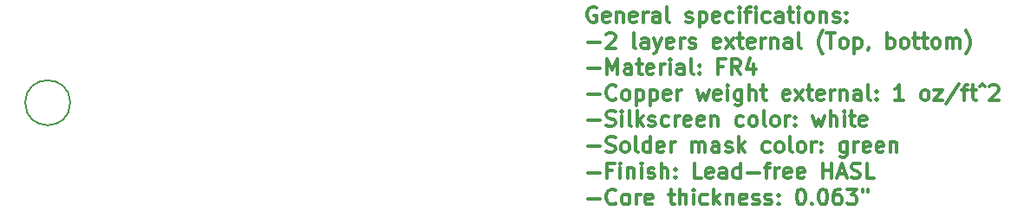
<source format=gbr>
G04 #@! TF.GenerationSoftware,KiCad,Pcbnew,no-vcs-found-895c0bb~58~ubuntu16.04.1*
G04 #@! TF.CreationDate,2017-07-11T17:07:46-04:00*
G04 #@! TF.ProjectId,alim,616C696D2E6B696361645F7063620000,rev?*
G04 #@! TF.SameCoordinates,Original
G04 #@! TF.FileFunction,Other,Comment*
%FSLAX46Y46*%
G04 Gerber Fmt 4.6, Leading zero omitted, Abs format (unit mm)*
G04 Created by KiCad (PCBNEW no-vcs-found-895c0bb~58~ubuntu16.04.1) date Tue Jul 11 17:07:46 2017*
%MOMM*%
%LPD*%
G01*
G04 APERTURE LIST*
%ADD10C,0.300000*%
%ADD11C,0.150000*%
G04 APERTURE END LIST*
D10*
X158563857Y-58397000D02*
X158421000Y-58325571D01*
X158206714Y-58325571D01*
X157992428Y-58397000D01*
X157849571Y-58539857D01*
X157778142Y-58682714D01*
X157706714Y-58968428D01*
X157706714Y-59182714D01*
X157778142Y-59468428D01*
X157849571Y-59611285D01*
X157992428Y-59754142D01*
X158206714Y-59825571D01*
X158349571Y-59825571D01*
X158563857Y-59754142D01*
X158635285Y-59682714D01*
X158635285Y-59182714D01*
X158349571Y-59182714D01*
X159849571Y-59754142D02*
X159706714Y-59825571D01*
X159421000Y-59825571D01*
X159278142Y-59754142D01*
X159206714Y-59611285D01*
X159206714Y-59039857D01*
X159278142Y-58897000D01*
X159421000Y-58825571D01*
X159706714Y-58825571D01*
X159849571Y-58897000D01*
X159921000Y-59039857D01*
X159921000Y-59182714D01*
X159206714Y-59325571D01*
X160563857Y-58825571D02*
X160563857Y-59825571D01*
X160563857Y-58968428D02*
X160635285Y-58897000D01*
X160778142Y-58825571D01*
X160992428Y-58825571D01*
X161135285Y-58897000D01*
X161206714Y-59039857D01*
X161206714Y-59825571D01*
X162492428Y-59754142D02*
X162349571Y-59825571D01*
X162063857Y-59825571D01*
X161921000Y-59754142D01*
X161849571Y-59611285D01*
X161849571Y-59039857D01*
X161921000Y-58897000D01*
X162063857Y-58825571D01*
X162349571Y-58825571D01*
X162492428Y-58897000D01*
X162563857Y-59039857D01*
X162563857Y-59182714D01*
X161849571Y-59325571D01*
X163206714Y-59825571D02*
X163206714Y-58825571D01*
X163206714Y-59111285D02*
X163278142Y-58968428D01*
X163349571Y-58897000D01*
X163492428Y-58825571D01*
X163635285Y-58825571D01*
X164778142Y-59825571D02*
X164778142Y-59039857D01*
X164706714Y-58897000D01*
X164563857Y-58825571D01*
X164278142Y-58825571D01*
X164135285Y-58897000D01*
X164778142Y-59754142D02*
X164635285Y-59825571D01*
X164278142Y-59825571D01*
X164135285Y-59754142D01*
X164063857Y-59611285D01*
X164063857Y-59468428D01*
X164135285Y-59325571D01*
X164278142Y-59254142D01*
X164635285Y-59254142D01*
X164778142Y-59182714D01*
X165706714Y-59825571D02*
X165563857Y-59754142D01*
X165492428Y-59611285D01*
X165492428Y-58325571D01*
X167349571Y-59754142D02*
X167492428Y-59825571D01*
X167778142Y-59825571D01*
X167921000Y-59754142D01*
X167992428Y-59611285D01*
X167992428Y-59539857D01*
X167921000Y-59397000D01*
X167778142Y-59325571D01*
X167563857Y-59325571D01*
X167421000Y-59254142D01*
X167349571Y-59111285D01*
X167349571Y-59039857D01*
X167421000Y-58897000D01*
X167563857Y-58825571D01*
X167778142Y-58825571D01*
X167921000Y-58897000D01*
X168635285Y-58825571D02*
X168635285Y-60325571D01*
X168635285Y-58897000D02*
X168778142Y-58825571D01*
X169063857Y-58825571D01*
X169206714Y-58897000D01*
X169278142Y-58968428D01*
X169349571Y-59111285D01*
X169349571Y-59539857D01*
X169278142Y-59682714D01*
X169206714Y-59754142D01*
X169063857Y-59825571D01*
X168778142Y-59825571D01*
X168635285Y-59754142D01*
X170563857Y-59754142D02*
X170421000Y-59825571D01*
X170135285Y-59825571D01*
X169992428Y-59754142D01*
X169921000Y-59611285D01*
X169921000Y-59039857D01*
X169992428Y-58897000D01*
X170135285Y-58825571D01*
X170421000Y-58825571D01*
X170563857Y-58897000D01*
X170635285Y-59039857D01*
X170635285Y-59182714D01*
X169921000Y-59325571D01*
X171921000Y-59754142D02*
X171778142Y-59825571D01*
X171492428Y-59825571D01*
X171349571Y-59754142D01*
X171278142Y-59682714D01*
X171206714Y-59539857D01*
X171206714Y-59111285D01*
X171278142Y-58968428D01*
X171349571Y-58897000D01*
X171492428Y-58825571D01*
X171778142Y-58825571D01*
X171921000Y-58897000D01*
X172563857Y-59825571D02*
X172563857Y-58825571D01*
X172563857Y-58325571D02*
X172492428Y-58397000D01*
X172563857Y-58468428D01*
X172635285Y-58397000D01*
X172563857Y-58325571D01*
X172563857Y-58468428D01*
X173063857Y-58825571D02*
X173635285Y-58825571D01*
X173278142Y-59825571D02*
X173278142Y-58539857D01*
X173349571Y-58397000D01*
X173492428Y-58325571D01*
X173635285Y-58325571D01*
X174135285Y-59825571D02*
X174135285Y-58825571D01*
X174135285Y-58325571D02*
X174063857Y-58397000D01*
X174135285Y-58468428D01*
X174206714Y-58397000D01*
X174135285Y-58325571D01*
X174135285Y-58468428D01*
X175492428Y-59754142D02*
X175349571Y-59825571D01*
X175063857Y-59825571D01*
X174921000Y-59754142D01*
X174849571Y-59682714D01*
X174778142Y-59539857D01*
X174778142Y-59111285D01*
X174849571Y-58968428D01*
X174921000Y-58897000D01*
X175063857Y-58825571D01*
X175349571Y-58825571D01*
X175492428Y-58897000D01*
X176778142Y-59825571D02*
X176778142Y-59039857D01*
X176706714Y-58897000D01*
X176563857Y-58825571D01*
X176278142Y-58825571D01*
X176135285Y-58897000D01*
X176778142Y-59754142D02*
X176635285Y-59825571D01*
X176278142Y-59825571D01*
X176135285Y-59754142D01*
X176063857Y-59611285D01*
X176063857Y-59468428D01*
X176135285Y-59325571D01*
X176278142Y-59254142D01*
X176635285Y-59254142D01*
X176778142Y-59182714D01*
X177278142Y-58825571D02*
X177849571Y-58825571D01*
X177492428Y-58325571D02*
X177492428Y-59611285D01*
X177563857Y-59754142D01*
X177706714Y-59825571D01*
X177849571Y-59825571D01*
X178349571Y-59825571D02*
X178349571Y-58825571D01*
X178349571Y-58325571D02*
X178278142Y-58397000D01*
X178349571Y-58468428D01*
X178421000Y-58397000D01*
X178349571Y-58325571D01*
X178349571Y-58468428D01*
X179278142Y-59825571D02*
X179135285Y-59754142D01*
X179063857Y-59682714D01*
X178992428Y-59539857D01*
X178992428Y-59111285D01*
X179063857Y-58968428D01*
X179135285Y-58897000D01*
X179278142Y-58825571D01*
X179492428Y-58825571D01*
X179635285Y-58897000D01*
X179706714Y-58968428D01*
X179778142Y-59111285D01*
X179778142Y-59539857D01*
X179706714Y-59682714D01*
X179635285Y-59754142D01*
X179492428Y-59825571D01*
X179278142Y-59825571D01*
X180421000Y-58825571D02*
X180421000Y-59825571D01*
X180421000Y-58968428D02*
X180492428Y-58897000D01*
X180635285Y-58825571D01*
X180849571Y-58825571D01*
X180992428Y-58897000D01*
X181063857Y-59039857D01*
X181063857Y-59825571D01*
X181706714Y-59754142D02*
X181849571Y-59825571D01*
X182135285Y-59825571D01*
X182278142Y-59754142D01*
X182349571Y-59611285D01*
X182349571Y-59539857D01*
X182278142Y-59397000D01*
X182135285Y-59325571D01*
X181921000Y-59325571D01*
X181778142Y-59254142D01*
X181706714Y-59111285D01*
X181706714Y-59039857D01*
X181778142Y-58897000D01*
X181921000Y-58825571D01*
X182135285Y-58825571D01*
X182278142Y-58897000D01*
X182992428Y-59682714D02*
X183063857Y-59754142D01*
X182992428Y-59825571D01*
X182921000Y-59754142D01*
X182992428Y-59682714D01*
X182992428Y-59825571D01*
X182992428Y-58897000D02*
X183063857Y-58968428D01*
X182992428Y-59039857D01*
X182921000Y-58968428D01*
X182992428Y-58897000D01*
X182992428Y-59039857D01*
X157778142Y-61804142D02*
X158921000Y-61804142D01*
X159563857Y-61018428D02*
X159635285Y-60947000D01*
X159778142Y-60875571D01*
X160135285Y-60875571D01*
X160278142Y-60947000D01*
X160349571Y-61018428D01*
X160421000Y-61161285D01*
X160421000Y-61304142D01*
X160349571Y-61518428D01*
X159492428Y-62375571D01*
X160421000Y-62375571D01*
X162421000Y-62375571D02*
X162278142Y-62304142D01*
X162206714Y-62161285D01*
X162206714Y-60875571D01*
X163635285Y-62375571D02*
X163635285Y-61589857D01*
X163563857Y-61447000D01*
X163421000Y-61375571D01*
X163135285Y-61375571D01*
X162992428Y-61447000D01*
X163635285Y-62304142D02*
X163492428Y-62375571D01*
X163135285Y-62375571D01*
X162992428Y-62304142D01*
X162921000Y-62161285D01*
X162921000Y-62018428D01*
X162992428Y-61875571D01*
X163135285Y-61804142D01*
X163492428Y-61804142D01*
X163635285Y-61732714D01*
X164206714Y-61375571D02*
X164563857Y-62375571D01*
X164921000Y-61375571D02*
X164563857Y-62375571D01*
X164421000Y-62732714D01*
X164349571Y-62804142D01*
X164206714Y-62875571D01*
X166063857Y-62304142D02*
X165921000Y-62375571D01*
X165635285Y-62375571D01*
X165492428Y-62304142D01*
X165421000Y-62161285D01*
X165421000Y-61589857D01*
X165492428Y-61447000D01*
X165635285Y-61375571D01*
X165921000Y-61375571D01*
X166063857Y-61447000D01*
X166135285Y-61589857D01*
X166135285Y-61732714D01*
X165421000Y-61875571D01*
X166778142Y-62375571D02*
X166778142Y-61375571D01*
X166778142Y-61661285D02*
X166849571Y-61518428D01*
X166921000Y-61447000D01*
X167063857Y-61375571D01*
X167206714Y-61375571D01*
X167635285Y-62304142D02*
X167778142Y-62375571D01*
X168063857Y-62375571D01*
X168206714Y-62304142D01*
X168278142Y-62161285D01*
X168278142Y-62089857D01*
X168206714Y-61947000D01*
X168063857Y-61875571D01*
X167849571Y-61875571D01*
X167706714Y-61804142D01*
X167635285Y-61661285D01*
X167635285Y-61589857D01*
X167706714Y-61447000D01*
X167849571Y-61375571D01*
X168063857Y-61375571D01*
X168206714Y-61447000D01*
X170635285Y-62304142D02*
X170492428Y-62375571D01*
X170206714Y-62375571D01*
X170063857Y-62304142D01*
X169992428Y-62161285D01*
X169992428Y-61589857D01*
X170063857Y-61447000D01*
X170206714Y-61375571D01*
X170492428Y-61375571D01*
X170635285Y-61447000D01*
X170706714Y-61589857D01*
X170706714Y-61732714D01*
X169992428Y-61875571D01*
X171206714Y-62375571D02*
X171992428Y-61375571D01*
X171206714Y-61375571D02*
X171992428Y-62375571D01*
X172349571Y-61375571D02*
X172921000Y-61375571D01*
X172563857Y-60875571D02*
X172563857Y-62161285D01*
X172635285Y-62304142D01*
X172778142Y-62375571D01*
X172921000Y-62375571D01*
X173992428Y-62304142D02*
X173849571Y-62375571D01*
X173563857Y-62375571D01*
X173421000Y-62304142D01*
X173349571Y-62161285D01*
X173349571Y-61589857D01*
X173421000Y-61447000D01*
X173563857Y-61375571D01*
X173849571Y-61375571D01*
X173992428Y-61447000D01*
X174063857Y-61589857D01*
X174063857Y-61732714D01*
X173349571Y-61875571D01*
X174706714Y-62375571D02*
X174706714Y-61375571D01*
X174706714Y-61661285D02*
X174778142Y-61518428D01*
X174849571Y-61447000D01*
X174992428Y-61375571D01*
X175135285Y-61375571D01*
X175635285Y-61375571D02*
X175635285Y-62375571D01*
X175635285Y-61518428D02*
X175706714Y-61447000D01*
X175849571Y-61375571D01*
X176063857Y-61375571D01*
X176206714Y-61447000D01*
X176278142Y-61589857D01*
X176278142Y-62375571D01*
X177635285Y-62375571D02*
X177635285Y-61589857D01*
X177563857Y-61447000D01*
X177421000Y-61375571D01*
X177135285Y-61375571D01*
X176992428Y-61447000D01*
X177635285Y-62304142D02*
X177492428Y-62375571D01*
X177135285Y-62375571D01*
X176992428Y-62304142D01*
X176921000Y-62161285D01*
X176921000Y-62018428D01*
X176992428Y-61875571D01*
X177135285Y-61804142D01*
X177492428Y-61804142D01*
X177635285Y-61732714D01*
X178563857Y-62375571D02*
X178421000Y-62304142D01*
X178349571Y-62161285D01*
X178349571Y-60875571D01*
X180706714Y-62947000D02*
X180635285Y-62875571D01*
X180492428Y-62661285D01*
X180421000Y-62518428D01*
X180349571Y-62304142D01*
X180278142Y-61947000D01*
X180278142Y-61661285D01*
X180349571Y-61304142D01*
X180421000Y-61089857D01*
X180492428Y-60947000D01*
X180635285Y-60732714D01*
X180706714Y-60661285D01*
X181063857Y-60875571D02*
X181921000Y-60875571D01*
X181492428Y-62375571D02*
X181492428Y-60875571D01*
X182635285Y-62375571D02*
X182492428Y-62304142D01*
X182421000Y-62232714D01*
X182349571Y-62089857D01*
X182349571Y-61661285D01*
X182421000Y-61518428D01*
X182492428Y-61447000D01*
X182635285Y-61375571D01*
X182849571Y-61375571D01*
X182992428Y-61447000D01*
X183063857Y-61518428D01*
X183135285Y-61661285D01*
X183135285Y-62089857D01*
X183063857Y-62232714D01*
X182992428Y-62304142D01*
X182849571Y-62375571D01*
X182635285Y-62375571D01*
X183778142Y-61375571D02*
X183778142Y-62875571D01*
X183778142Y-61447000D02*
X183921000Y-61375571D01*
X184206714Y-61375571D01*
X184349571Y-61447000D01*
X184421000Y-61518428D01*
X184492428Y-61661285D01*
X184492428Y-62089857D01*
X184421000Y-62232714D01*
X184349571Y-62304142D01*
X184206714Y-62375571D01*
X183921000Y-62375571D01*
X183778142Y-62304142D01*
X185206714Y-62304142D02*
X185206714Y-62375571D01*
X185135285Y-62518428D01*
X185063857Y-62589857D01*
X186992428Y-62375571D02*
X186992428Y-60875571D01*
X186992428Y-61447000D02*
X187135285Y-61375571D01*
X187421000Y-61375571D01*
X187563857Y-61447000D01*
X187635285Y-61518428D01*
X187706714Y-61661285D01*
X187706714Y-62089857D01*
X187635285Y-62232714D01*
X187563857Y-62304142D01*
X187421000Y-62375571D01*
X187135285Y-62375571D01*
X186992428Y-62304142D01*
X188563857Y-62375571D02*
X188421000Y-62304142D01*
X188349571Y-62232714D01*
X188278142Y-62089857D01*
X188278142Y-61661285D01*
X188349571Y-61518428D01*
X188421000Y-61447000D01*
X188563857Y-61375571D01*
X188778142Y-61375571D01*
X188921000Y-61447000D01*
X188992428Y-61518428D01*
X189063857Y-61661285D01*
X189063857Y-62089857D01*
X188992428Y-62232714D01*
X188921000Y-62304142D01*
X188778142Y-62375571D01*
X188563857Y-62375571D01*
X189492428Y-61375571D02*
X190063857Y-61375571D01*
X189706714Y-60875571D02*
X189706714Y-62161285D01*
X189778142Y-62304142D01*
X189921000Y-62375571D01*
X190063857Y-62375571D01*
X190349571Y-61375571D02*
X190921000Y-61375571D01*
X190563857Y-60875571D02*
X190563857Y-62161285D01*
X190635285Y-62304142D01*
X190778142Y-62375571D01*
X190921000Y-62375571D01*
X191635285Y-62375571D02*
X191492428Y-62304142D01*
X191421000Y-62232714D01*
X191349571Y-62089857D01*
X191349571Y-61661285D01*
X191421000Y-61518428D01*
X191492428Y-61447000D01*
X191635285Y-61375571D01*
X191849571Y-61375571D01*
X191992428Y-61447000D01*
X192063857Y-61518428D01*
X192135285Y-61661285D01*
X192135285Y-62089857D01*
X192063857Y-62232714D01*
X191992428Y-62304142D01*
X191849571Y-62375571D01*
X191635285Y-62375571D01*
X192778142Y-62375571D02*
X192778142Y-61375571D01*
X192778142Y-61518428D02*
X192849571Y-61447000D01*
X192992428Y-61375571D01*
X193206714Y-61375571D01*
X193349571Y-61447000D01*
X193421000Y-61589857D01*
X193421000Y-62375571D01*
X193421000Y-61589857D02*
X193492428Y-61447000D01*
X193635285Y-61375571D01*
X193849571Y-61375571D01*
X193992428Y-61447000D01*
X194063857Y-61589857D01*
X194063857Y-62375571D01*
X194635285Y-62947000D02*
X194706714Y-62875571D01*
X194849571Y-62661285D01*
X194921000Y-62518428D01*
X194992428Y-62304142D01*
X195063857Y-61947000D01*
X195063857Y-61661285D01*
X194992428Y-61304142D01*
X194921000Y-61089857D01*
X194849571Y-60947000D01*
X194706714Y-60732714D01*
X194635285Y-60661285D01*
X157778142Y-64354142D02*
X158921000Y-64354142D01*
X159635285Y-64925571D02*
X159635285Y-63425571D01*
X160135285Y-64497000D01*
X160635285Y-63425571D01*
X160635285Y-64925571D01*
X161992428Y-64925571D02*
X161992428Y-64139857D01*
X161921000Y-63997000D01*
X161778142Y-63925571D01*
X161492428Y-63925571D01*
X161349571Y-63997000D01*
X161992428Y-64854142D02*
X161849571Y-64925571D01*
X161492428Y-64925571D01*
X161349571Y-64854142D01*
X161278142Y-64711285D01*
X161278142Y-64568428D01*
X161349571Y-64425571D01*
X161492428Y-64354142D01*
X161849571Y-64354142D01*
X161992428Y-64282714D01*
X162492428Y-63925571D02*
X163063857Y-63925571D01*
X162706714Y-63425571D02*
X162706714Y-64711285D01*
X162778142Y-64854142D01*
X162921000Y-64925571D01*
X163063857Y-64925571D01*
X164135285Y-64854142D02*
X163992428Y-64925571D01*
X163706714Y-64925571D01*
X163563857Y-64854142D01*
X163492428Y-64711285D01*
X163492428Y-64139857D01*
X163563857Y-63997000D01*
X163706714Y-63925571D01*
X163992428Y-63925571D01*
X164135285Y-63997000D01*
X164206714Y-64139857D01*
X164206714Y-64282714D01*
X163492428Y-64425571D01*
X164849571Y-64925571D02*
X164849571Y-63925571D01*
X164849571Y-64211285D02*
X164921000Y-64068428D01*
X164992428Y-63997000D01*
X165135285Y-63925571D01*
X165278142Y-63925571D01*
X165778142Y-64925571D02*
X165778142Y-63925571D01*
X165778142Y-63425571D02*
X165706714Y-63497000D01*
X165778142Y-63568428D01*
X165849571Y-63497000D01*
X165778142Y-63425571D01*
X165778142Y-63568428D01*
X167135285Y-64925571D02*
X167135285Y-64139857D01*
X167063857Y-63997000D01*
X166921000Y-63925571D01*
X166635285Y-63925571D01*
X166492428Y-63997000D01*
X167135285Y-64854142D02*
X166992428Y-64925571D01*
X166635285Y-64925571D01*
X166492428Y-64854142D01*
X166421000Y-64711285D01*
X166421000Y-64568428D01*
X166492428Y-64425571D01*
X166635285Y-64354142D01*
X166992428Y-64354142D01*
X167135285Y-64282714D01*
X168063857Y-64925571D02*
X167921000Y-64854142D01*
X167849571Y-64711285D01*
X167849571Y-63425571D01*
X168635285Y-64782714D02*
X168706714Y-64854142D01*
X168635285Y-64925571D01*
X168563857Y-64854142D01*
X168635285Y-64782714D01*
X168635285Y-64925571D01*
X168635285Y-63997000D02*
X168706714Y-64068428D01*
X168635285Y-64139857D01*
X168563857Y-64068428D01*
X168635285Y-63997000D01*
X168635285Y-64139857D01*
X170992428Y-64139857D02*
X170492428Y-64139857D01*
X170492428Y-64925571D02*
X170492428Y-63425571D01*
X171206714Y-63425571D01*
X172635285Y-64925571D02*
X172135285Y-64211285D01*
X171778142Y-64925571D02*
X171778142Y-63425571D01*
X172349571Y-63425571D01*
X172492428Y-63497000D01*
X172563857Y-63568428D01*
X172635285Y-63711285D01*
X172635285Y-63925571D01*
X172563857Y-64068428D01*
X172492428Y-64139857D01*
X172349571Y-64211285D01*
X171778142Y-64211285D01*
X173921000Y-63925571D02*
X173921000Y-64925571D01*
X173563857Y-63354142D02*
X173206714Y-64425571D01*
X174135285Y-64425571D01*
X157778142Y-66904142D02*
X158921000Y-66904142D01*
X160492428Y-67332714D02*
X160421000Y-67404142D01*
X160206714Y-67475571D01*
X160063857Y-67475571D01*
X159849571Y-67404142D01*
X159706714Y-67261285D01*
X159635285Y-67118428D01*
X159563857Y-66832714D01*
X159563857Y-66618428D01*
X159635285Y-66332714D01*
X159706714Y-66189857D01*
X159849571Y-66047000D01*
X160063857Y-65975571D01*
X160206714Y-65975571D01*
X160421000Y-66047000D01*
X160492428Y-66118428D01*
X161349571Y-67475571D02*
X161206714Y-67404142D01*
X161135285Y-67332714D01*
X161063857Y-67189857D01*
X161063857Y-66761285D01*
X161135285Y-66618428D01*
X161206714Y-66547000D01*
X161349571Y-66475571D01*
X161563857Y-66475571D01*
X161706714Y-66547000D01*
X161778142Y-66618428D01*
X161849571Y-66761285D01*
X161849571Y-67189857D01*
X161778142Y-67332714D01*
X161706714Y-67404142D01*
X161563857Y-67475571D01*
X161349571Y-67475571D01*
X162492428Y-66475571D02*
X162492428Y-67975571D01*
X162492428Y-66547000D02*
X162635285Y-66475571D01*
X162921000Y-66475571D01*
X163063857Y-66547000D01*
X163135285Y-66618428D01*
X163206714Y-66761285D01*
X163206714Y-67189857D01*
X163135285Y-67332714D01*
X163063857Y-67404142D01*
X162921000Y-67475571D01*
X162635285Y-67475571D01*
X162492428Y-67404142D01*
X163849571Y-66475571D02*
X163849571Y-67975571D01*
X163849571Y-66547000D02*
X163992428Y-66475571D01*
X164278142Y-66475571D01*
X164421000Y-66547000D01*
X164492428Y-66618428D01*
X164563857Y-66761285D01*
X164563857Y-67189857D01*
X164492428Y-67332714D01*
X164421000Y-67404142D01*
X164278142Y-67475571D01*
X163992428Y-67475571D01*
X163849571Y-67404142D01*
X165778142Y-67404142D02*
X165635285Y-67475571D01*
X165349571Y-67475571D01*
X165206714Y-67404142D01*
X165135285Y-67261285D01*
X165135285Y-66689857D01*
X165206714Y-66547000D01*
X165349571Y-66475571D01*
X165635285Y-66475571D01*
X165778142Y-66547000D01*
X165849571Y-66689857D01*
X165849571Y-66832714D01*
X165135285Y-66975571D01*
X166492428Y-67475571D02*
X166492428Y-66475571D01*
X166492428Y-66761285D02*
X166563857Y-66618428D01*
X166635285Y-66547000D01*
X166778142Y-66475571D01*
X166921000Y-66475571D01*
X168421000Y-66475571D02*
X168706714Y-67475571D01*
X168992428Y-66761285D01*
X169278142Y-67475571D01*
X169563857Y-66475571D01*
X170706714Y-67404142D02*
X170563857Y-67475571D01*
X170278142Y-67475571D01*
X170135285Y-67404142D01*
X170063857Y-67261285D01*
X170063857Y-66689857D01*
X170135285Y-66547000D01*
X170278142Y-66475571D01*
X170563857Y-66475571D01*
X170706714Y-66547000D01*
X170778142Y-66689857D01*
X170778142Y-66832714D01*
X170063857Y-66975571D01*
X171421000Y-67475571D02*
X171421000Y-66475571D01*
X171421000Y-65975571D02*
X171349571Y-66047000D01*
X171421000Y-66118428D01*
X171492428Y-66047000D01*
X171421000Y-65975571D01*
X171421000Y-66118428D01*
X172778142Y-66475571D02*
X172778142Y-67689857D01*
X172706714Y-67832714D01*
X172635285Y-67904142D01*
X172492428Y-67975571D01*
X172278142Y-67975571D01*
X172135285Y-67904142D01*
X172778142Y-67404142D02*
X172635285Y-67475571D01*
X172349571Y-67475571D01*
X172206714Y-67404142D01*
X172135285Y-67332714D01*
X172063857Y-67189857D01*
X172063857Y-66761285D01*
X172135285Y-66618428D01*
X172206714Y-66547000D01*
X172349571Y-66475571D01*
X172635285Y-66475571D01*
X172778142Y-66547000D01*
X173492428Y-67475571D02*
X173492428Y-65975571D01*
X174135285Y-67475571D02*
X174135285Y-66689857D01*
X174063857Y-66547000D01*
X173921000Y-66475571D01*
X173706714Y-66475571D01*
X173563857Y-66547000D01*
X173492428Y-66618428D01*
X174635285Y-66475571D02*
X175206714Y-66475571D01*
X174849571Y-65975571D02*
X174849571Y-67261285D01*
X174921000Y-67404142D01*
X175063857Y-67475571D01*
X175206714Y-67475571D01*
X177421000Y-67404142D02*
X177278142Y-67475571D01*
X176992428Y-67475571D01*
X176849571Y-67404142D01*
X176778142Y-67261285D01*
X176778142Y-66689857D01*
X176849571Y-66547000D01*
X176992428Y-66475571D01*
X177278142Y-66475571D01*
X177421000Y-66547000D01*
X177492428Y-66689857D01*
X177492428Y-66832714D01*
X176778142Y-66975571D01*
X177992428Y-67475571D02*
X178778142Y-66475571D01*
X177992428Y-66475571D02*
X178778142Y-67475571D01*
X179135285Y-66475571D02*
X179706714Y-66475571D01*
X179349571Y-65975571D02*
X179349571Y-67261285D01*
X179421000Y-67404142D01*
X179563857Y-67475571D01*
X179706714Y-67475571D01*
X180778142Y-67404142D02*
X180635285Y-67475571D01*
X180349571Y-67475571D01*
X180206714Y-67404142D01*
X180135285Y-67261285D01*
X180135285Y-66689857D01*
X180206714Y-66547000D01*
X180349571Y-66475571D01*
X180635285Y-66475571D01*
X180778142Y-66547000D01*
X180849571Y-66689857D01*
X180849571Y-66832714D01*
X180135285Y-66975571D01*
X181492428Y-67475571D02*
X181492428Y-66475571D01*
X181492428Y-66761285D02*
X181563857Y-66618428D01*
X181635285Y-66547000D01*
X181778142Y-66475571D01*
X181921000Y-66475571D01*
X182421000Y-66475571D02*
X182421000Y-67475571D01*
X182421000Y-66618428D02*
X182492428Y-66547000D01*
X182635285Y-66475571D01*
X182849571Y-66475571D01*
X182992428Y-66547000D01*
X183063857Y-66689857D01*
X183063857Y-67475571D01*
X184421000Y-67475571D02*
X184421000Y-66689857D01*
X184349571Y-66547000D01*
X184206714Y-66475571D01*
X183921000Y-66475571D01*
X183778142Y-66547000D01*
X184421000Y-67404142D02*
X184278142Y-67475571D01*
X183921000Y-67475571D01*
X183778142Y-67404142D01*
X183706714Y-67261285D01*
X183706714Y-67118428D01*
X183778142Y-66975571D01*
X183921000Y-66904142D01*
X184278142Y-66904142D01*
X184421000Y-66832714D01*
X185349571Y-67475571D02*
X185206714Y-67404142D01*
X185135285Y-67261285D01*
X185135285Y-65975571D01*
X185921000Y-67332714D02*
X185992428Y-67404142D01*
X185921000Y-67475571D01*
X185849571Y-67404142D01*
X185921000Y-67332714D01*
X185921000Y-67475571D01*
X185921000Y-66547000D02*
X185992428Y-66618428D01*
X185921000Y-66689857D01*
X185849571Y-66618428D01*
X185921000Y-66547000D01*
X185921000Y-66689857D01*
X188563857Y-67475571D02*
X187706714Y-67475571D01*
X188135285Y-67475571D02*
X188135285Y-65975571D01*
X187992428Y-66189857D01*
X187849571Y-66332714D01*
X187706714Y-66404142D01*
X190563857Y-67475571D02*
X190421000Y-67404142D01*
X190349571Y-67332714D01*
X190278142Y-67189857D01*
X190278142Y-66761285D01*
X190349571Y-66618428D01*
X190421000Y-66547000D01*
X190563857Y-66475571D01*
X190778142Y-66475571D01*
X190921000Y-66547000D01*
X190992428Y-66618428D01*
X191063857Y-66761285D01*
X191063857Y-67189857D01*
X190992428Y-67332714D01*
X190921000Y-67404142D01*
X190778142Y-67475571D01*
X190563857Y-67475571D01*
X191563857Y-66475571D02*
X192349571Y-66475571D01*
X191563857Y-67475571D01*
X192349571Y-67475571D01*
X193992428Y-65904142D02*
X192706714Y-67832714D01*
X194278142Y-66475571D02*
X194849571Y-66475571D01*
X194492428Y-67475571D02*
X194492428Y-66189857D01*
X194563857Y-66047000D01*
X194706714Y-65975571D01*
X194849571Y-65975571D01*
X195135285Y-66475571D02*
X195706714Y-66475571D01*
X195349571Y-65975571D02*
X195349571Y-67261285D01*
X195421000Y-67404142D01*
X195563857Y-67475571D01*
X195706714Y-67475571D01*
X195992428Y-66118428D02*
X196278142Y-65904142D01*
X196563857Y-66118428D01*
X196992428Y-66118428D02*
X197063857Y-66047000D01*
X197206714Y-65975571D01*
X197563857Y-65975571D01*
X197706714Y-66047000D01*
X197778142Y-66118428D01*
X197849571Y-66261285D01*
X197849571Y-66404142D01*
X197778142Y-66618428D01*
X196921000Y-67475571D01*
X197849571Y-67475571D01*
X157778142Y-69454142D02*
X158921000Y-69454142D01*
X159563857Y-69954142D02*
X159778142Y-70025571D01*
X160135285Y-70025571D01*
X160278142Y-69954142D01*
X160349571Y-69882714D01*
X160421000Y-69739857D01*
X160421000Y-69597000D01*
X160349571Y-69454142D01*
X160278142Y-69382714D01*
X160135285Y-69311285D01*
X159849571Y-69239857D01*
X159706714Y-69168428D01*
X159635285Y-69097000D01*
X159563857Y-68954142D01*
X159563857Y-68811285D01*
X159635285Y-68668428D01*
X159706714Y-68597000D01*
X159849571Y-68525571D01*
X160206714Y-68525571D01*
X160421000Y-68597000D01*
X161063857Y-70025571D02*
X161063857Y-69025571D01*
X161063857Y-68525571D02*
X160992428Y-68597000D01*
X161063857Y-68668428D01*
X161135285Y-68597000D01*
X161063857Y-68525571D01*
X161063857Y-68668428D01*
X161992428Y-70025571D02*
X161849571Y-69954142D01*
X161778142Y-69811285D01*
X161778142Y-68525571D01*
X162563857Y-70025571D02*
X162563857Y-68525571D01*
X162706714Y-69454142D02*
X163135285Y-70025571D01*
X163135285Y-69025571D02*
X162563857Y-69597000D01*
X163706714Y-69954142D02*
X163849571Y-70025571D01*
X164135285Y-70025571D01*
X164278142Y-69954142D01*
X164349571Y-69811285D01*
X164349571Y-69739857D01*
X164278142Y-69597000D01*
X164135285Y-69525571D01*
X163921000Y-69525571D01*
X163778142Y-69454142D01*
X163706714Y-69311285D01*
X163706714Y-69239857D01*
X163778142Y-69097000D01*
X163921000Y-69025571D01*
X164135285Y-69025571D01*
X164278142Y-69097000D01*
X165635285Y-69954142D02*
X165492428Y-70025571D01*
X165206714Y-70025571D01*
X165063857Y-69954142D01*
X164992428Y-69882714D01*
X164921000Y-69739857D01*
X164921000Y-69311285D01*
X164992428Y-69168428D01*
X165063857Y-69097000D01*
X165206714Y-69025571D01*
X165492428Y-69025571D01*
X165635285Y-69097000D01*
X166278142Y-70025571D02*
X166278142Y-69025571D01*
X166278142Y-69311285D02*
X166349571Y-69168428D01*
X166421000Y-69097000D01*
X166563857Y-69025571D01*
X166706714Y-69025571D01*
X167778142Y-69954142D02*
X167635285Y-70025571D01*
X167349571Y-70025571D01*
X167206714Y-69954142D01*
X167135285Y-69811285D01*
X167135285Y-69239857D01*
X167206714Y-69097000D01*
X167349571Y-69025571D01*
X167635285Y-69025571D01*
X167778142Y-69097000D01*
X167849571Y-69239857D01*
X167849571Y-69382714D01*
X167135285Y-69525571D01*
X169063857Y-69954142D02*
X168921000Y-70025571D01*
X168635285Y-70025571D01*
X168492428Y-69954142D01*
X168421000Y-69811285D01*
X168421000Y-69239857D01*
X168492428Y-69097000D01*
X168635285Y-69025571D01*
X168921000Y-69025571D01*
X169063857Y-69097000D01*
X169135285Y-69239857D01*
X169135285Y-69382714D01*
X168421000Y-69525571D01*
X169778142Y-69025571D02*
X169778142Y-70025571D01*
X169778142Y-69168428D02*
X169849571Y-69097000D01*
X169992428Y-69025571D01*
X170206714Y-69025571D01*
X170349571Y-69097000D01*
X170421000Y-69239857D01*
X170421000Y-70025571D01*
X172921000Y-69954142D02*
X172778142Y-70025571D01*
X172492428Y-70025571D01*
X172349571Y-69954142D01*
X172278142Y-69882714D01*
X172206714Y-69739857D01*
X172206714Y-69311285D01*
X172278142Y-69168428D01*
X172349571Y-69097000D01*
X172492428Y-69025571D01*
X172778142Y-69025571D01*
X172921000Y-69097000D01*
X173778142Y-70025571D02*
X173635285Y-69954142D01*
X173563857Y-69882714D01*
X173492428Y-69739857D01*
X173492428Y-69311285D01*
X173563857Y-69168428D01*
X173635285Y-69097000D01*
X173778142Y-69025571D01*
X173992428Y-69025571D01*
X174135285Y-69097000D01*
X174206714Y-69168428D01*
X174278142Y-69311285D01*
X174278142Y-69739857D01*
X174206714Y-69882714D01*
X174135285Y-69954142D01*
X173992428Y-70025571D01*
X173778142Y-70025571D01*
X175135285Y-70025571D02*
X174992428Y-69954142D01*
X174921000Y-69811285D01*
X174921000Y-68525571D01*
X175921000Y-70025571D02*
X175778142Y-69954142D01*
X175706714Y-69882714D01*
X175635285Y-69739857D01*
X175635285Y-69311285D01*
X175706714Y-69168428D01*
X175778142Y-69097000D01*
X175921000Y-69025571D01*
X176135285Y-69025571D01*
X176278142Y-69097000D01*
X176349571Y-69168428D01*
X176421000Y-69311285D01*
X176421000Y-69739857D01*
X176349571Y-69882714D01*
X176278142Y-69954142D01*
X176135285Y-70025571D01*
X175921000Y-70025571D01*
X177063857Y-70025571D02*
X177063857Y-69025571D01*
X177063857Y-69311285D02*
X177135285Y-69168428D01*
X177206714Y-69097000D01*
X177349571Y-69025571D01*
X177492428Y-69025571D01*
X177992428Y-69882714D02*
X178063857Y-69954142D01*
X177992428Y-70025571D01*
X177921000Y-69954142D01*
X177992428Y-69882714D01*
X177992428Y-70025571D01*
X177992428Y-69097000D02*
X178063857Y-69168428D01*
X177992428Y-69239857D01*
X177921000Y-69168428D01*
X177992428Y-69097000D01*
X177992428Y-69239857D01*
X179706714Y-69025571D02*
X179992428Y-70025571D01*
X180278142Y-69311285D01*
X180563857Y-70025571D01*
X180849571Y-69025571D01*
X181421000Y-70025571D02*
X181421000Y-68525571D01*
X182063857Y-70025571D02*
X182063857Y-69239857D01*
X181992428Y-69097000D01*
X181849571Y-69025571D01*
X181635285Y-69025571D01*
X181492428Y-69097000D01*
X181421000Y-69168428D01*
X182778142Y-70025571D02*
X182778142Y-69025571D01*
X182778142Y-68525571D02*
X182706714Y-68597000D01*
X182778142Y-68668428D01*
X182849571Y-68597000D01*
X182778142Y-68525571D01*
X182778142Y-68668428D01*
X183278142Y-69025571D02*
X183849571Y-69025571D01*
X183492428Y-68525571D02*
X183492428Y-69811285D01*
X183563857Y-69954142D01*
X183706714Y-70025571D01*
X183849571Y-70025571D01*
X184921000Y-69954142D02*
X184778142Y-70025571D01*
X184492428Y-70025571D01*
X184349571Y-69954142D01*
X184278142Y-69811285D01*
X184278142Y-69239857D01*
X184349571Y-69097000D01*
X184492428Y-69025571D01*
X184778142Y-69025571D01*
X184921000Y-69097000D01*
X184992428Y-69239857D01*
X184992428Y-69382714D01*
X184278142Y-69525571D01*
X157778142Y-72004142D02*
X158921000Y-72004142D01*
X159563857Y-72504142D02*
X159778142Y-72575571D01*
X160135285Y-72575571D01*
X160278142Y-72504142D01*
X160349571Y-72432714D01*
X160421000Y-72289857D01*
X160421000Y-72147000D01*
X160349571Y-72004142D01*
X160278142Y-71932714D01*
X160135285Y-71861285D01*
X159849571Y-71789857D01*
X159706714Y-71718428D01*
X159635285Y-71647000D01*
X159563857Y-71504142D01*
X159563857Y-71361285D01*
X159635285Y-71218428D01*
X159706714Y-71147000D01*
X159849571Y-71075571D01*
X160206714Y-71075571D01*
X160421000Y-71147000D01*
X161278142Y-72575571D02*
X161135285Y-72504142D01*
X161063857Y-72432714D01*
X160992428Y-72289857D01*
X160992428Y-71861285D01*
X161063857Y-71718428D01*
X161135285Y-71647000D01*
X161278142Y-71575571D01*
X161492428Y-71575571D01*
X161635285Y-71647000D01*
X161706714Y-71718428D01*
X161778142Y-71861285D01*
X161778142Y-72289857D01*
X161706714Y-72432714D01*
X161635285Y-72504142D01*
X161492428Y-72575571D01*
X161278142Y-72575571D01*
X162635285Y-72575571D02*
X162492428Y-72504142D01*
X162421000Y-72361285D01*
X162421000Y-71075571D01*
X163849571Y-72575571D02*
X163849571Y-71075571D01*
X163849571Y-72504142D02*
X163706714Y-72575571D01*
X163421000Y-72575571D01*
X163278142Y-72504142D01*
X163206714Y-72432714D01*
X163135285Y-72289857D01*
X163135285Y-71861285D01*
X163206714Y-71718428D01*
X163278142Y-71647000D01*
X163421000Y-71575571D01*
X163706714Y-71575571D01*
X163849571Y-71647000D01*
X165135285Y-72504142D02*
X164992428Y-72575571D01*
X164706714Y-72575571D01*
X164563857Y-72504142D01*
X164492428Y-72361285D01*
X164492428Y-71789857D01*
X164563857Y-71647000D01*
X164706714Y-71575571D01*
X164992428Y-71575571D01*
X165135285Y-71647000D01*
X165206714Y-71789857D01*
X165206714Y-71932714D01*
X164492428Y-72075571D01*
X165849571Y-72575571D02*
X165849571Y-71575571D01*
X165849571Y-71861285D02*
X165921000Y-71718428D01*
X165992428Y-71647000D01*
X166135285Y-71575571D01*
X166278142Y-71575571D01*
X167921000Y-72575571D02*
X167921000Y-71575571D01*
X167921000Y-71718428D02*
X167992428Y-71647000D01*
X168135285Y-71575571D01*
X168349571Y-71575571D01*
X168492428Y-71647000D01*
X168563857Y-71789857D01*
X168563857Y-72575571D01*
X168563857Y-71789857D02*
X168635285Y-71647000D01*
X168778142Y-71575571D01*
X168992428Y-71575571D01*
X169135285Y-71647000D01*
X169206714Y-71789857D01*
X169206714Y-72575571D01*
X170563857Y-72575571D02*
X170563857Y-71789857D01*
X170492428Y-71647000D01*
X170349571Y-71575571D01*
X170063857Y-71575571D01*
X169921000Y-71647000D01*
X170563857Y-72504142D02*
X170421000Y-72575571D01*
X170063857Y-72575571D01*
X169921000Y-72504142D01*
X169849571Y-72361285D01*
X169849571Y-72218428D01*
X169921000Y-72075571D01*
X170063857Y-72004142D01*
X170421000Y-72004142D01*
X170563857Y-71932714D01*
X171206714Y-72504142D02*
X171349571Y-72575571D01*
X171635285Y-72575571D01*
X171778142Y-72504142D01*
X171849571Y-72361285D01*
X171849571Y-72289857D01*
X171778142Y-72147000D01*
X171635285Y-72075571D01*
X171421000Y-72075571D01*
X171278142Y-72004142D01*
X171206714Y-71861285D01*
X171206714Y-71789857D01*
X171278142Y-71647000D01*
X171421000Y-71575571D01*
X171635285Y-71575571D01*
X171778142Y-71647000D01*
X172492428Y-72575571D02*
X172492428Y-71075571D01*
X172635285Y-72004142D02*
X173063857Y-72575571D01*
X173063857Y-71575571D02*
X172492428Y-72147000D01*
X175492428Y-72504142D02*
X175349571Y-72575571D01*
X175063857Y-72575571D01*
X174921000Y-72504142D01*
X174849571Y-72432714D01*
X174778142Y-72289857D01*
X174778142Y-71861285D01*
X174849571Y-71718428D01*
X174921000Y-71647000D01*
X175063857Y-71575571D01*
X175349571Y-71575571D01*
X175492428Y-71647000D01*
X176349571Y-72575571D02*
X176206714Y-72504142D01*
X176135285Y-72432714D01*
X176063857Y-72289857D01*
X176063857Y-71861285D01*
X176135285Y-71718428D01*
X176206714Y-71647000D01*
X176349571Y-71575571D01*
X176563857Y-71575571D01*
X176706714Y-71647000D01*
X176778142Y-71718428D01*
X176849571Y-71861285D01*
X176849571Y-72289857D01*
X176778142Y-72432714D01*
X176706714Y-72504142D01*
X176563857Y-72575571D01*
X176349571Y-72575571D01*
X177706714Y-72575571D02*
X177563857Y-72504142D01*
X177492428Y-72361285D01*
X177492428Y-71075571D01*
X178492428Y-72575571D02*
X178349571Y-72504142D01*
X178278142Y-72432714D01*
X178206714Y-72289857D01*
X178206714Y-71861285D01*
X178278142Y-71718428D01*
X178349571Y-71647000D01*
X178492428Y-71575571D01*
X178706714Y-71575571D01*
X178849571Y-71647000D01*
X178921000Y-71718428D01*
X178992428Y-71861285D01*
X178992428Y-72289857D01*
X178921000Y-72432714D01*
X178849571Y-72504142D01*
X178706714Y-72575571D01*
X178492428Y-72575571D01*
X179635285Y-72575571D02*
X179635285Y-71575571D01*
X179635285Y-71861285D02*
X179706714Y-71718428D01*
X179778142Y-71647000D01*
X179921000Y-71575571D01*
X180063857Y-71575571D01*
X180563857Y-72432714D02*
X180635285Y-72504142D01*
X180563857Y-72575571D01*
X180492428Y-72504142D01*
X180563857Y-72432714D01*
X180563857Y-72575571D01*
X180563857Y-71647000D02*
X180635285Y-71718428D01*
X180563857Y-71789857D01*
X180492428Y-71718428D01*
X180563857Y-71647000D01*
X180563857Y-71789857D01*
X183063857Y-71575571D02*
X183063857Y-72789857D01*
X182992428Y-72932714D01*
X182921000Y-73004142D01*
X182778142Y-73075571D01*
X182563857Y-73075571D01*
X182421000Y-73004142D01*
X183063857Y-72504142D02*
X182921000Y-72575571D01*
X182635285Y-72575571D01*
X182492428Y-72504142D01*
X182421000Y-72432714D01*
X182349571Y-72289857D01*
X182349571Y-71861285D01*
X182421000Y-71718428D01*
X182492428Y-71647000D01*
X182635285Y-71575571D01*
X182921000Y-71575571D01*
X183063857Y-71647000D01*
X183778142Y-72575571D02*
X183778142Y-71575571D01*
X183778142Y-71861285D02*
X183849571Y-71718428D01*
X183921000Y-71647000D01*
X184063857Y-71575571D01*
X184206714Y-71575571D01*
X185278142Y-72504142D02*
X185135285Y-72575571D01*
X184849571Y-72575571D01*
X184706714Y-72504142D01*
X184635285Y-72361285D01*
X184635285Y-71789857D01*
X184706714Y-71647000D01*
X184849571Y-71575571D01*
X185135285Y-71575571D01*
X185278142Y-71647000D01*
X185349571Y-71789857D01*
X185349571Y-71932714D01*
X184635285Y-72075571D01*
X186563857Y-72504142D02*
X186421000Y-72575571D01*
X186135285Y-72575571D01*
X185992428Y-72504142D01*
X185921000Y-72361285D01*
X185921000Y-71789857D01*
X185992428Y-71647000D01*
X186135285Y-71575571D01*
X186421000Y-71575571D01*
X186563857Y-71647000D01*
X186635285Y-71789857D01*
X186635285Y-71932714D01*
X185921000Y-72075571D01*
X187278142Y-71575571D02*
X187278142Y-72575571D01*
X187278142Y-71718428D02*
X187349571Y-71647000D01*
X187492428Y-71575571D01*
X187706714Y-71575571D01*
X187849571Y-71647000D01*
X187921000Y-71789857D01*
X187921000Y-72575571D01*
X157778142Y-74554142D02*
X158921000Y-74554142D01*
X160135285Y-74339857D02*
X159635285Y-74339857D01*
X159635285Y-75125571D02*
X159635285Y-73625571D01*
X160349571Y-73625571D01*
X160921000Y-75125571D02*
X160921000Y-74125571D01*
X160921000Y-73625571D02*
X160849571Y-73697000D01*
X160921000Y-73768428D01*
X160992428Y-73697000D01*
X160921000Y-73625571D01*
X160921000Y-73768428D01*
X161635285Y-74125571D02*
X161635285Y-75125571D01*
X161635285Y-74268428D02*
X161706714Y-74197000D01*
X161849571Y-74125571D01*
X162063857Y-74125571D01*
X162206714Y-74197000D01*
X162278142Y-74339857D01*
X162278142Y-75125571D01*
X162992428Y-75125571D02*
X162992428Y-74125571D01*
X162992428Y-73625571D02*
X162921000Y-73697000D01*
X162992428Y-73768428D01*
X163063857Y-73697000D01*
X162992428Y-73625571D01*
X162992428Y-73768428D01*
X163635285Y-75054142D02*
X163778142Y-75125571D01*
X164063857Y-75125571D01*
X164206714Y-75054142D01*
X164278142Y-74911285D01*
X164278142Y-74839857D01*
X164206714Y-74697000D01*
X164063857Y-74625571D01*
X163849571Y-74625571D01*
X163706714Y-74554142D01*
X163635285Y-74411285D01*
X163635285Y-74339857D01*
X163706714Y-74197000D01*
X163849571Y-74125571D01*
X164063857Y-74125571D01*
X164206714Y-74197000D01*
X164921000Y-75125571D02*
X164921000Y-73625571D01*
X165563857Y-75125571D02*
X165563857Y-74339857D01*
X165492428Y-74197000D01*
X165349571Y-74125571D01*
X165135285Y-74125571D01*
X164992428Y-74197000D01*
X164921000Y-74268428D01*
X166278142Y-74982714D02*
X166349571Y-75054142D01*
X166278142Y-75125571D01*
X166206714Y-75054142D01*
X166278142Y-74982714D01*
X166278142Y-75125571D01*
X166278142Y-74197000D02*
X166349571Y-74268428D01*
X166278142Y-74339857D01*
X166206714Y-74268428D01*
X166278142Y-74197000D01*
X166278142Y-74339857D01*
X168849571Y-75125571D02*
X168135285Y-75125571D01*
X168135285Y-73625571D01*
X169921000Y-75054142D02*
X169778142Y-75125571D01*
X169492428Y-75125571D01*
X169349571Y-75054142D01*
X169278142Y-74911285D01*
X169278142Y-74339857D01*
X169349571Y-74197000D01*
X169492428Y-74125571D01*
X169778142Y-74125571D01*
X169921000Y-74197000D01*
X169992428Y-74339857D01*
X169992428Y-74482714D01*
X169278142Y-74625571D01*
X171278142Y-75125571D02*
X171278142Y-74339857D01*
X171206714Y-74197000D01*
X171063857Y-74125571D01*
X170778142Y-74125571D01*
X170635285Y-74197000D01*
X171278142Y-75054142D02*
X171135285Y-75125571D01*
X170778142Y-75125571D01*
X170635285Y-75054142D01*
X170563857Y-74911285D01*
X170563857Y-74768428D01*
X170635285Y-74625571D01*
X170778142Y-74554142D01*
X171135285Y-74554142D01*
X171278142Y-74482714D01*
X172635285Y-75125571D02*
X172635285Y-73625571D01*
X172635285Y-75054142D02*
X172492428Y-75125571D01*
X172206714Y-75125571D01*
X172063857Y-75054142D01*
X171992428Y-74982714D01*
X171921000Y-74839857D01*
X171921000Y-74411285D01*
X171992428Y-74268428D01*
X172063857Y-74197000D01*
X172206714Y-74125571D01*
X172492428Y-74125571D01*
X172635285Y-74197000D01*
X173349571Y-74554142D02*
X174492428Y-74554142D01*
X174992428Y-74125571D02*
X175563857Y-74125571D01*
X175206714Y-75125571D02*
X175206714Y-73839857D01*
X175278142Y-73697000D01*
X175421000Y-73625571D01*
X175563857Y-73625571D01*
X176063857Y-75125571D02*
X176063857Y-74125571D01*
X176063857Y-74411285D02*
X176135285Y-74268428D01*
X176206714Y-74197000D01*
X176349571Y-74125571D01*
X176492428Y-74125571D01*
X177563857Y-75054142D02*
X177421000Y-75125571D01*
X177135285Y-75125571D01*
X176992428Y-75054142D01*
X176921000Y-74911285D01*
X176921000Y-74339857D01*
X176992428Y-74197000D01*
X177135285Y-74125571D01*
X177421000Y-74125571D01*
X177563857Y-74197000D01*
X177635285Y-74339857D01*
X177635285Y-74482714D01*
X176921000Y-74625571D01*
X178849571Y-75054142D02*
X178706714Y-75125571D01*
X178421000Y-75125571D01*
X178278142Y-75054142D01*
X178206714Y-74911285D01*
X178206714Y-74339857D01*
X178278142Y-74197000D01*
X178421000Y-74125571D01*
X178706714Y-74125571D01*
X178849571Y-74197000D01*
X178921000Y-74339857D01*
X178921000Y-74482714D01*
X178206714Y-74625571D01*
X180706714Y-75125571D02*
X180706714Y-73625571D01*
X180706714Y-74339857D02*
X181563857Y-74339857D01*
X181563857Y-75125571D02*
X181563857Y-73625571D01*
X182206714Y-74697000D02*
X182921000Y-74697000D01*
X182063857Y-75125571D02*
X182563857Y-73625571D01*
X183063857Y-75125571D01*
X183492428Y-75054142D02*
X183706714Y-75125571D01*
X184063857Y-75125571D01*
X184206714Y-75054142D01*
X184278142Y-74982714D01*
X184349571Y-74839857D01*
X184349571Y-74697000D01*
X184278142Y-74554142D01*
X184206714Y-74482714D01*
X184063857Y-74411285D01*
X183778142Y-74339857D01*
X183635285Y-74268428D01*
X183563857Y-74197000D01*
X183492428Y-74054142D01*
X183492428Y-73911285D01*
X183563857Y-73768428D01*
X183635285Y-73697000D01*
X183778142Y-73625571D01*
X184135285Y-73625571D01*
X184349571Y-73697000D01*
X185706714Y-75125571D02*
X184992428Y-75125571D01*
X184992428Y-73625571D01*
X157778142Y-77104142D02*
X158921000Y-77104142D01*
X160492428Y-77532714D02*
X160421000Y-77604142D01*
X160206714Y-77675571D01*
X160063857Y-77675571D01*
X159849571Y-77604142D01*
X159706714Y-77461285D01*
X159635285Y-77318428D01*
X159563857Y-77032714D01*
X159563857Y-76818428D01*
X159635285Y-76532714D01*
X159706714Y-76389857D01*
X159849571Y-76247000D01*
X160063857Y-76175571D01*
X160206714Y-76175571D01*
X160421000Y-76247000D01*
X160492428Y-76318428D01*
X161349571Y-77675571D02*
X161206714Y-77604142D01*
X161135285Y-77532714D01*
X161063857Y-77389857D01*
X161063857Y-76961285D01*
X161135285Y-76818428D01*
X161206714Y-76747000D01*
X161349571Y-76675571D01*
X161563857Y-76675571D01*
X161706714Y-76747000D01*
X161778142Y-76818428D01*
X161849571Y-76961285D01*
X161849571Y-77389857D01*
X161778142Y-77532714D01*
X161706714Y-77604142D01*
X161563857Y-77675571D01*
X161349571Y-77675571D01*
X162492428Y-77675571D02*
X162492428Y-76675571D01*
X162492428Y-76961285D02*
X162563857Y-76818428D01*
X162635285Y-76747000D01*
X162778142Y-76675571D01*
X162921000Y-76675571D01*
X163992428Y-77604142D02*
X163849571Y-77675571D01*
X163563857Y-77675571D01*
X163421000Y-77604142D01*
X163349571Y-77461285D01*
X163349571Y-76889857D01*
X163421000Y-76747000D01*
X163563857Y-76675571D01*
X163849571Y-76675571D01*
X163992428Y-76747000D01*
X164063857Y-76889857D01*
X164063857Y-77032714D01*
X163349571Y-77175571D01*
X165635285Y-76675571D02*
X166206714Y-76675571D01*
X165849571Y-76175571D02*
X165849571Y-77461285D01*
X165921000Y-77604142D01*
X166063857Y-77675571D01*
X166206714Y-77675571D01*
X166706714Y-77675571D02*
X166706714Y-76175571D01*
X167349571Y-77675571D02*
X167349571Y-76889857D01*
X167278142Y-76747000D01*
X167135285Y-76675571D01*
X166921000Y-76675571D01*
X166778142Y-76747000D01*
X166706714Y-76818428D01*
X168063857Y-77675571D02*
X168063857Y-76675571D01*
X168063857Y-76175571D02*
X167992428Y-76247000D01*
X168063857Y-76318428D01*
X168135285Y-76247000D01*
X168063857Y-76175571D01*
X168063857Y-76318428D01*
X169421000Y-77604142D02*
X169278142Y-77675571D01*
X168992428Y-77675571D01*
X168849571Y-77604142D01*
X168778142Y-77532714D01*
X168706714Y-77389857D01*
X168706714Y-76961285D01*
X168778142Y-76818428D01*
X168849571Y-76747000D01*
X168992428Y-76675571D01*
X169278142Y-76675571D01*
X169421000Y-76747000D01*
X170063857Y-77675571D02*
X170063857Y-76175571D01*
X170206714Y-77104142D02*
X170635285Y-77675571D01*
X170635285Y-76675571D02*
X170063857Y-77247000D01*
X171278142Y-76675571D02*
X171278142Y-77675571D01*
X171278142Y-76818428D02*
X171349571Y-76747000D01*
X171492428Y-76675571D01*
X171706714Y-76675571D01*
X171849571Y-76747000D01*
X171921000Y-76889857D01*
X171921000Y-77675571D01*
X173206714Y-77604142D02*
X173063857Y-77675571D01*
X172778142Y-77675571D01*
X172635285Y-77604142D01*
X172563857Y-77461285D01*
X172563857Y-76889857D01*
X172635285Y-76747000D01*
X172778142Y-76675571D01*
X173063857Y-76675571D01*
X173206714Y-76747000D01*
X173278142Y-76889857D01*
X173278142Y-77032714D01*
X172563857Y-77175571D01*
X173849571Y-77604142D02*
X173992428Y-77675571D01*
X174278142Y-77675571D01*
X174421000Y-77604142D01*
X174492428Y-77461285D01*
X174492428Y-77389857D01*
X174421000Y-77247000D01*
X174278142Y-77175571D01*
X174063857Y-77175571D01*
X173921000Y-77104142D01*
X173849571Y-76961285D01*
X173849571Y-76889857D01*
X173921000Y-76747000D01*
X174063857Y-76675571D01*
X174278142Y-76675571D01*
X174421000Y-76747000D01*
X175063857Y-77604142D02*
X175206714Y-77675571D01*
X175492428Y-77675571D01*
X175635285Y-77604142D01*
X175706714Y-77461285D01*
X175706714Y-77389857D01*
X175635285Y-77247000D01*
X175492428Y-77175571D01*
X175278142Y-77175571D01*
X175135285Y-77104142D01*
X175063857Y-76961285D01*
X175063857Y-76889857D01*
X175135285Y-76747000D01*
X175278142Y-76675571D01*
X175492428Y-76675571D01*
X175635285Y-76747000D01*
X176349571Y-77532714D02*
X176421000Y-77604142D01*
X176349571Y-77675571D01*
X176278142Y-77604142D01*
X176349571Y-77532714D01*
X176349571Y-77675571D01*
X176349571Y-76747000D02*
X176421000Y-76818428D01*
X176349571Y-76889857D01*
X176278142Y-76818428D01*
X176349571Y-76747000D01*
X176349571Y-76889857D01*
X178492428Y-76175571D02*
X178635285Y-76175571D01*
X178778142Y-76247000D01*
X178849571Y-76318428D01*
X178921000Y-76461285D01*
X178992428Y-76747000D01*
X178992428Y-77104142D01*
X178921000Y-77389857D01*
X178849571Y-77532714D01*
X178778142Y-77604142D01*
X178635285Y-77675571D01*
X178492428Y-77675571D01*
X178349571Y-77604142D01*
X178278142Y-77532714D01*
X178206714Y-77389857D01*
X178135285Y-77104142D01*
X178135285Y-76747000D01*
X178206714Y-76461285D01*
X178278142Y-76318428D01*
X178349571Y-76247000D01*
X178492428Y-76175571D01*
X179635285Y-77532714D02*
X179706714Y-77604142D01*
X179635285Y-77675571D01*
X179563857Y-77604142D01*
X179635285Y-77532714D01*
X179635285Y-77675571D01*
X180635285Y-76175571D02*
X180778142Y-76175571D01*
X180921000Y-76247000D01*
X180992428Y-76318428D01*
X181063857Y-76461285D01*
X181135285Y-76747000D01*
X181135285Y-77104142D01*
X181063857Y-77389857D01*
X180992428Y-77532714D01*
X180921000Y-77604142D01*
X180778142Y-77675571D01*
X180635285Y-77675571D01*
X180492428Y-77604142D01*
X180421000Y-77532714D01*
X180349571Y-77389857D01*
X180278142Y-77104142D01*
X180278142Y-76747000D01*
X180349571Y-76461285D01*
X180421000Y-76318428D01*
X180492428Y-76247000D01*
X180635285Y-76175571D01*
X182421000Y-76175571D02*
X182135285Y-76175571D01*
X181992428Y-76247000D01*
X181921000Y-76318428D01*
X181778142Y-76532714D01*
X181706714Y-76818428D01*
X181706714Y-77389857D01*
X181778142Y-77532714D01*
X181849571Y-77604142D01*
X181992428Y-77675571D01*
X182278142Y-77675571D01*
X182421000Y-77604142D01*
X182492428Y-77532714D01*
X182563857Y-77389857D01*
X182563857Y-77032714D01*
X182492428Y-76889857D01*
X182421000Y-76818428D01*
X182278142Y-76747000D01*
X181992428Y-76747000D01*
X181849571Y-76818428D01*
X181778142Y-76889857D01*
X181706714Y-77032714D01*
X183063857Y-76175571D02*
X183992428Y-76175571D01*
X183492428Y-76747000D01*
X183706714Y-76747000D01*
X183849571Y-76818428D01*
X183921000Y-76889857D01*
X183992428Y-77032714D01*
X183992428Y-77389857D01*
X183921000Y-77532714D01*
X183849571Y-77604142D01*
X183706714Y-77675571D01*
X183278142Y-77675571D01*
X183135285Y-77604142D01*
X183063857Y-77532714D01*
X184563857Y-76175571D02*
X184563857Y-76461285D01*
X185135285Y-76175571D02*
X185135285Y-76461285D01*
D11*
X107203600Y-67716400D02*
G75*
G03X107203600Y-67716400I-2200000J0D01*
G01*
M02*

</source>
